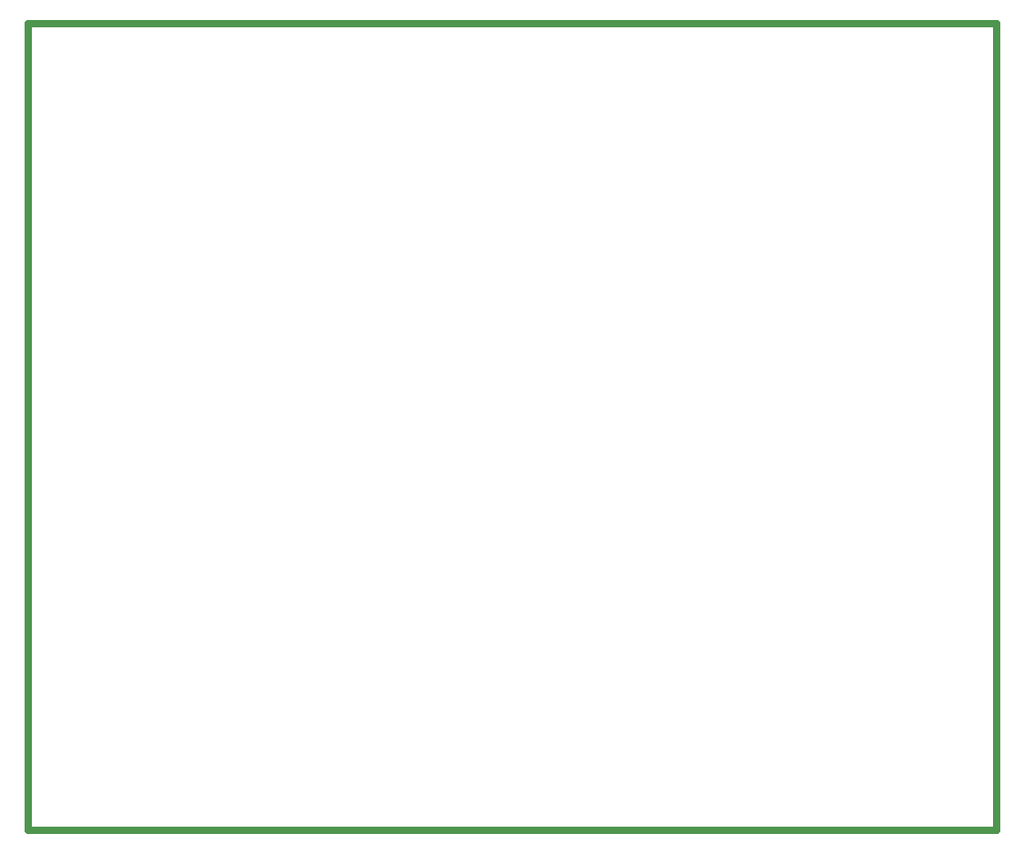
<source format=gm1>
G04*
G04 #@! TF.GenerationSoftware,Altium Limited,Altium Designer,23.3.1 (30)*
G04*
G04 Layer_Color=16711935*
%FSTAX25Y25*%
%MOIN*%
G70*
G04*
G04 #@! TF.SameCoordinates,9A05AFE5-7EB6-4EC5-A0C1-68252A558CAD*
G04*
G04*
G04 #@! TF.FilePolarity,Positive*
G04*
G01*
G75*
%ADD39C,0.02500*%
D39*
Y0295276D01*
X0354331D01*
Y0D02*
Y0295276D01*
X0Y0D02*
X0354331D01*
M02*

</source>
